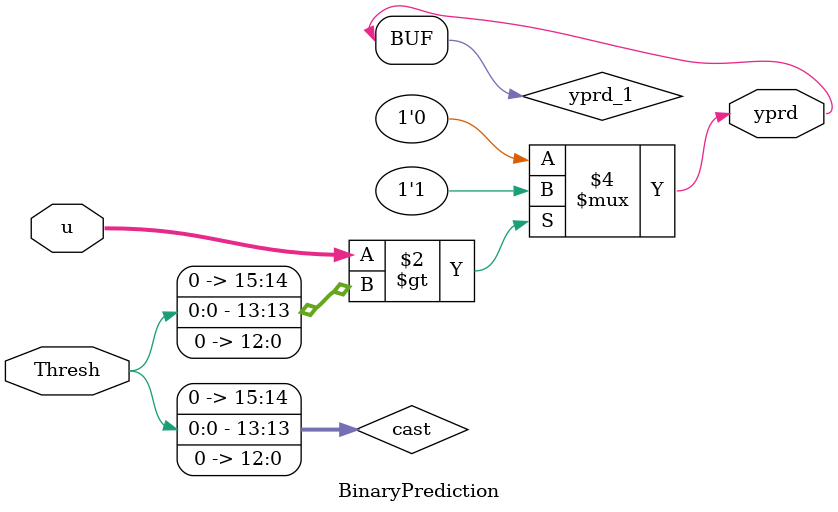
<source format=v>



`timescale 1 ns / 1 ns

module BinaryPrediction
          (u,
           Thresh,
           yprd);


  input   signed [15:0] u;  // sfix16_En14
  input   Thresh;  // ufix1_En1
  output  yprd;  // ufix1


  reg  yprd_1;  // ufix1
  reg signed [15:0] cast;  // sfix16_En14


  always @(Thresh, u) begin
    //MATLAB Function 'DNN_Subsystem/BinaryPrediction'
    cast = {2'b0, {Thresh, 13'b0000000000000}};
    if (u > cast) begin
      yprd_1 = 1'b1;
    end
    else begin
      yprd_1 = 1'b0;
    end
  end


  assign yprd = yprd_1;

endmodule  // BinaryPrediction


</source>
